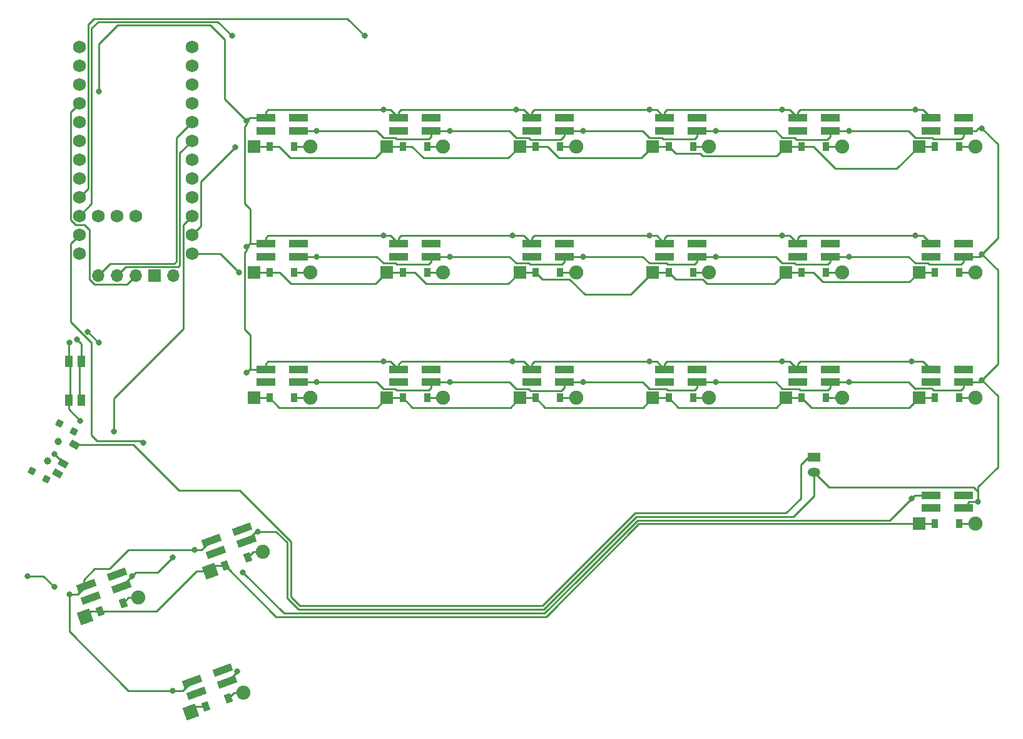
<source format=gbr>
%TF.GenerationSoftware,KiCad,Pcbnew,8.0.5*%
%TF.CreationDate,2024-09-15T18:22:06-04:00*%
%TF.ProjectId,theguy2,74686567-7579-4322-9e6b-696361645f70,v1.0.0*%
%TF.SameCoordinates,Original*%
%TF.FileFunction,Copper,L1,Top*%
%TF.FilePolarity,Positive*%
%FSLAX46Y46*%
G04 Gerber Fmt 4.6, Leading zero omitted, Abs format (unit mm)*
G04 Created by KiCad (PCBNEW 8.0.5) date 2024-09-15 18:22:06*
%MOMM*%
%LPD*%
G01*
G04 APERTURE LIST*
G04 Aperture macros list*
%AMRotRect*
0 Rectangle, with rotation*
0 The origin of the aperture is its center*
0 $1 length*
0 $2 width*
0 $3 Rotation angle, in degrees counterclockwise*
0 Add horizontal line*
21,1,$1,$2,0,0,$3*%
G04 Aperture macros list end*
%TA.AperFunction,SMDPad,CuDef*%
%ADD10RotRect,0.900000X0.900000X60.000000*%
%TD*%
%TA.AperFunction,WasherPad*%
%ADD11C,1.000000*%
%TD*%
%TA.AperFunction,SMDPad,CuDef*%
%ADD12RotRect,0.900000X1.250000X60.000000*%
%TD*%
%TA.AperFunction,SMDPad,CuDef*%
%ADD13R,2.600000X1.000000*%
%TD*%
%TA.AperFunction,ComponentPad*%
%ADD14C,1.752600*%
%TD*%
%TA.AperFunction,ComponentPad*%
%ADD15R,1.778000X1.778000*%
%TD*%
%TA.AperFunction,SMDPad,CuDef*%
%ADD16R,0.900000X1.200000*%
%TD*%
%TA.AperFunction,ComponentPad*%
%ADD17C,1.905000*%
%TD*%
%TA.AperFunction,ComponentPad*%
%ADD18RotRect,1.778000X1.778000X20.000000*%
%TD*%
%TA.AperFunction,SMDPad,CuDef*%
%ADD19RotRect,0.900000X1.200000X20.000000*%
%TD*%
%TA.AperFunction,ComponentPad*%
%ADD20R,1.700000X1.200000*%
%TD*%
%TA.AperFunction,ComponentPad*%
%ADD21O,1.700000X1.200000*%
%TD*%
%TA.AperFunction,SMDPad,CuDef*%
%ADD22R,1.000000X1.550000*%
%TD*%
%TA.AperFunction,ComponentPad*%
%ADD23O,1.700000X1.700000*%
%TD*%
%TA.AperFunction,ComponentPad*%
%ADD24R,1.700000X1.700000*%
%TD*%
%TA.AperFunction,SMDPad,CuDef*%
%ADD25RotRect,2.600000X1.000000X20.000000*%
%TD*%
%TA.AperFunction,ViaPad*%
%ADD26C,0.800000*%
%TD*%
%TA.AperFunction,Conductor*%
%ADD27C,0.250000*%
%TD*%
G04 APERTURE END LIST*
D10*
%TO.P,T1,*%
%TO.N,*%
X174972372Y-106804294D03*
X176877628Y-107904294D03*
D11*
X177025000Y-105449038D03*
X178525000Y-102850962D03*
D10*
X178672372Y-100395706D03*
X180577628Y-101495706D03*
D12*
%TO.P,T1,1*%
%TO.N,pos*%
X180697003Y-103238943D03*
%TO.P,T1,2*%
%TO.N,RAW*%
X179197003Y-105837019D03*
%TO.P,T1,3*%
%TO.N,N/C*%
X178447003Y-107136057D03*
%TD*%
D13*
%TO.P,LED4,1*%
%TO.N,VCC*%
X296575000Y-110075000D03*
%TO.P,LED4,2*%
%TO.N,N/C*%
X296575000Y-111825000D03*
%TO.P,LED4,3*%
%TO.N,GND*%
X300975000Y-111825000D03*
%TO.P,LED4,4*%
%TO.N,N/C*%
X300975000Y-110075000D03*
%TD*%
%TO.P,LED8,1*%
%TO.N,VCC*%
X278575000Y-93075000D03*
%TO.P,LED8,2*%
%TO.N,N/C*%
X278575000Y-94825000D03*
%TO.P,LED8,3*%
%TO.N,GND*%
X282975000Y-94825000D03*
%TO.P,LED8,4*%
%TO.N,N/C*%
X282975000Y-93075000D03*
%TD*%
D14*
%TO.P,MCU1,1*%
%TO.N,P006*%
X196595000Y-49480000D03*
%TO.P,MCU1,2*%
%TO.N,P008*%
X196595000Y-52020000D03*
%TO.P,MCU1,3*%
%TO.N,GND*%
X196595000Y-54560000D03*
%TO.P,MCU1,4*%
X196595000Y-57100000D03*
%TO.P,MCU1,5*%
%TO.N,P017*%
X196595000Y-59640000D03*
%TO.P,MCU1,6*%
%TO.N,P020*%
X196595000Y-62180000D03*
%TO.P,MCU1,7*%
%TO.N,P022*%
X196595000Y-64720000D03*
%TO.P,MCU1,8*%
%TO.N,P024*%
X196595000Y-67260000D03*
%TO.P,MCU1,9*%
%TO.N,P100*%
X196595000Y-69800000D03*
%TO.P,MCU1,10*%
%TO.N,P011*%
X196595000Y-72340000D03*
%TO.P,MCU1,11*%
%TO.N,P104*%
X196595000Y-74880000D03*
%TO.P,MCU1,12*%
%TO.N,P106*%
X196595000Y-77420000D03*
%TO.P,MCU1,13*%
%TO.N,P009*%
X181355000Y-77420000D03*
%TO.P,MCU1,14*%
%TO.N,P010*%
X181355000Y-74880000D03*
%TO.P,MCU1,15*%
%TO.N,P111*%
X181355000Y-72340000D03*
%TO.P,MCU1,16*%
%TO.N,P113*%
X181355000Y-69800000D03*
%TO.P,MCU1,17*%
%TO.N,P115*%
X181355000Y-67260000D03*
%TO.P,MCU1,18*%
%TO.N,P002*%
X181355000Y-64720000D03*
%TO.P,MCU1,19*%
%TO.N,P029*%
X181355000Y-62180000D03*
%TO.P,MCU1,20*%
%TO.N,P031*%
X181355000Y-59640000D03*
%TO.P,MCU1,21*%
%TO.N,VCC*%
X181355000Y-57100000D03*
%TO.P,MCU1,22*%
%TO.N,RST*%
X181355000Y-54560000D03*
%TO.P,MCU1,23*%
%TO.N,GND*%
X181355000Y-52020000D03*
%TO.P,MCU1,24*%
%TO.N,RAW*%
X181355000Y-49480000D03*
%TO.P,MCU1,31*%
%TO.N,P101*%
X183895000Y-72340000D03*
%TO.P,MCU1,32*%
%TO.N,P102*%
X186435000Y-72340000D03*
%TO.P,MCU1,33*%
%TO.N,P107*%
X188975000Y-72340000D03*
%TD*%
D13*
%TO.P,LED17,1*%
%TO.N,VCC*%
X224575000Y-93075000D03*
%TO.P,LED17,2*%
%TO.N,N/C*%
X224575000Y-94825000D03*
%TO.P,LED17,3*%
%TO.N,GND*%
X228975000Y-94825000D03*
%TO.P,LED17,4*%
%TO.N,N/C*%
X228975000Y-93075000D03*
%TD*%
D15*
%TO.P,D6,1*%
%TO.N,P106*%
X294965000Y-79950000D03*
D16*
X297125000Y-79950000D03*
%TO.P,D6,2*%
%TO.N,mirror_hell_home*%
X300425000Y-79950000D03*
D17*
X302585000Y-79950000D03*
%TD*%
D13*
%TO.P,LED6,1*%
%TO.N,VCC*%
X296575000Y-76075000D03*
%TO.P,LED6,2*%
%TO.N,N/C*%
X296575000Y-77825000D03*
%TO.P,LED6,3*%
%TO.N,GND*%
X300975000Y-77825000D03*
%TO.P,LED6,4*%
%TO.N,N/C*%
X300975000Y-76075000D03*
%TD*%
%TO.P,LED10,1*%
%TO.N,VCC*%
X278575000Y-59075000D03*
%TO.P,LED10,2*%
%TO.N,N/C*%
X278575000Y-60825000D03*
%TO.P,LED10,3*%
%TO.N,GND*%
X282975000Y-60825000D03*
%TO.P,LED10,4*%
%TO.N,N/C*%
X282975000Y-59075000D03*
%TD*%
%TO.P,LED5,1*%
%TO.N,VCC*%
X296575000Y-93075000D03*
%TO.P,LED5,2*%
%TO.N,N/C*%
X296575000Y-94825000D03*
%TO.P,LED5,3*%
%TO.N,GND*%
X300975000Y-94825000D03*
%TO.P,LED5,4*%
%TO.N,N/C*%
X300975000Y-93075000D03*
%TD*%
D15*
%TO.P,D11,1*%
%TO.N,P009*%
X258965000Y-96950000D03*
D16*
X261125000Y-96950000D03*
%TO.P,D11,2*%
%TO.N,mirror_ring_bottom*%
X264425000Y-96950000D03*
D17*
X266585000Y-96950000D03*
%TD*%
D13*
%TO.P,LED15,1*%
%TO.N,VCC*%
X242575000Y-76075000D03*
%TO.P,LED15,2*%
%TO.N,N/C*%
X242575000Y-77825000D03*
%TO.P,LED15,3*%
%TO.N,GND*%
X246975000Y-77825000D03*
%TO.P,LED15,4*%
%TO.N,N/C*%
X246975000Y-76075000D03*
%TD*%
D15*
%TO.P,D7,1*%
%TO.N,P104*%
X294965000Y-62950000D03*
D16*
X297125000Y-62950000D03*
%TO.P,D7,2*%
%TO.N,mirror_hell_top*%
X300425000Y-62950000D03*
D17*
X302585000Y-62950000D03*
%TD*%
D15*
%TO.P,D12,1*%
%TO.N,P106*%
X258965000Y-79950000D03*
D16*
X261125000Y-79950000D03*
%TO.P,D12,2*%
%TO.N,mirror_ring_home*%
X264425000Y-79950000D03*
D17*
X266585000Y-79950000D03*
%TD*%
D13*
%TO.P,LED14,1*%
%TO.N,VCC*%
X242575000Y-93075000D03*
%TO.P,LED14,2*%
%TO.N,N/C*%
X242575000Y-94825000D03*
%TO.P,LED14,3*%
%TO.N,GND*%
X246975000Y-94825000D03*
%TO.P,LED14,4*%
%TO.N,N/C*%
X246975000Y-93075000D03*
%TD*%
D15*
%TO.P,D8,1*%
%TO.N,P009*%
X276965000Y-96950000D03*
D16*
X279125000Y-96950000D03*
%TO.P,D8,2*%
%TO.N,mirror_pinky_bottom*%
X282425000Y-96950000D03*
D17*
X284585000Y-96950000D03*
%TD*%
D15*
%TO.P,D13,1*%
%TO.N,P104*%
X258965000Y-62950000D03*
D16*
X261125000Y-62950000D03*
%TO.P,D13,2*%
%TO.N,mirror_ring_top*%
X264425000Y-62950000D03*
D17*
X266585000Y-62950000D03*
%TD*%
D15*
%TO.P,D19,1*%
%TO.N,P104*%
X222965000Y-62950000D03*
D16*
X225125000Y-62950000D03*
%TO.P,D19,2*%
%TO.N,mirror_index_top*%
X228425000Y-62950000D03*
D17*
X230585000Y-62950000D03*
%TD*%
D13*
%TO.P,LED18,1*%
%TO.N,VCC*%
X224575000Y-76075000D03*
%TO.P,LED18,2*%
%TO.N,N/C*%
X224575000Y-77825000D03*
%TO.P,LED18,3*%
%TO.N,GND*%
X228975000Y-77825000D03*
%TO.P,LED18,4*%
%TO.N,N/C*%
X228975000Y-76075000D03*
%TD*%
D15*
%TO.P,D17,1*%
%TO.N,P009*%
X222965000Y-96950000D03*
D16*
X225125000Y-96950000D03*
%TO.P,D17,2*%
%TO.N,mirror_index_bottom*%
X228425000Y-96950000D03*
D17*
X230585000Y-96950000D03*
%TD*%
D13*
%TO.P,LED21,1*%
%TO.N,VCC*%
X206575000Y-76075000D03*
%TO.P,LED21,2*%
%TO.N,N/C*%
X206575000Y-77825000D03*
%TO.P,LED21,3*%
%TO.N,GND*%
X210975000Y-77825000D03*
%TO.P,LED21,4*%
%TO.N,N/C*%
X210975000Y-76075000D03*
%TD*%
D15*
%TO.P,D5,1*%
%TO.N,P009*%
X294965000Y-96950000D03*
D16*
X297125000Y-96950000D03*
%TO.P,D5,2*%
%TO.N,mirror_hell_bottom*%
X300425000Y-96950000D03*
D17*
X302585000Y-96950000D03*
%TD*%
D15*
%TO.P,D20,1*%
%TO.N,P009*%
X204965000Y-96950000D03*
D16*
X207125000Y-96950000D03*
%TO.P,D20,2*%
%TO.N,mirror_inner_bottom*%
X210425000Y-96950000D03*
D17*
X212585000Y-96950000D03*
%TD*%
D13*
%TO.P,LED19,1*%
%TO.N,VCC*%
X224575000Y-59075000D03*
%TO.P,LED19,2*%
%TO.N,N/C*%
X224575000Y-60825000D03*
%TO.P,LED19,3*%
%TO.N,GND*%
X228975000Y-60825000D03*
%TO.P,LED19,4*%
%TO.N,N/C*%
X228975000Y-59075000D03*
%TD*%
D15*
%TO.P,D10,1*%
%TO.N,P104*%
X276965000Y-62950000D03*
D16*
X279125000Y-62950000D03*
%TO.P,D10,2*%
%TO.N,mirror_pinky_top*%
X282425000Y-62950000D03*
D17*
X284585000Y-62950000D03*
%TD*%
D18*
%TO.P,D25,1*%
%TO.N,P011*%
X196416533Y-139415640D03*
D19*
X198446269Y-138676876D03*
%TO.P,D25,2*%
%TO.N,mirror_extra_cluster*%
X201547255Y-137548210D03*
D17*
X203576991Y-136809446D03*
%TD*%
D13*
%TO.P,LED9,1*%
%TO.N,VCC*%
X278575000Y-76075000D03*
%TO.P,LED9,2*%
%TO.N,N/C*%
X278575000Y-77825000D03*
%TO.P,LED9,3*%
%TO.N,GND*%
X282975000Y-77825000D03*
%TO.P,LED9,4*%
%TO.N,N/C*%
X282975000Y-76075000D03*
%TD*%
D20*
%TO.P,JST1,1*%
%TO.N,pos*%
X280775000Y-104950000D03*
D21*
%TO.P,JST1,2*%
%TO.N,GND*%
X280775000Y-106950000D03*
%TD*%
D13*
%TO.P,LED22,1*%
%TO.N,VCC*%
X206575000Y-59075000D03*
%TO.P,LED22,2*%
%TO.N,N/C*%
X206575000Y-60825000D03*
%TO.P,LED22,3*%
%TO.N,GND*%
X210975000Y-60825000D03*
%TO.P,LED22,4*%
%TO.N,N/C*%
X210975000Y-59075000D03*
%TD*%
D15*
%TO.P,D4,1*%
%TO.N,P010*%
X294965000Y-113950000D03*
D16*
X297125000Y-113950000D03*
%TO.P,D4,2*%
%TO.N,mirror_hell_last*%
X300425000Y-113950000D03*
D17*
X302585000Y-113950000D03*
%TD*%
D15*
%TO.P,D15,1*%
%TO.N,P106*%
X240965000Y-79950000D03*
D16*
X243125000Y-79950000D03*
%TO.P,D15,2*%
%TO.N,mirror_middle_home*%
X246425000Y-79950000D03*
D17*
X248585000Y-79950000D03*
%TD*%
D15*
%TO.P,D18,1*%
%TO.N,P106*%
X222965000Y-79950000D03*
D16*
X225125000Y-79950000D03*
%TO.P,D18,2*%
%TO.N,mirror_index_home*%
X228425000Y-79950000D03*
D17*
X230585000Y-79950000D03*
%TD*%
D22*
%TO.P,B1,1*%
%TO.N,GND*%
X179925000Y-97275000D03*
X179925000Y-92025000D03*
%TO.P,B1,2*%
%TO.N,RST*%
X181625000Y-97275000D03*
X181625000Y-92025000D03*
%TD*%
D15*
%TO.P,D21,1*%
%TO.N,P106*%
X204965000Y-79950000D03*
D16*
X207125000Y-79950000D03*
%TO.P,D21,2*%
%TO.N,mirror_inner_home*%
X210425000Y-79950000D03*
D17*
X212585000Y-79950000D03*
%TD*%
D18*
%TO.P,D23,1*%
%TO.N,P010*%
X199059424Y-120362684D03*
D19*
X201089160Y-119623920D03*
%TO.P,D23,2*%
%TO.N,mirror_layer_cluster*%
X204190146Y-118495254D03*
D17*
X206219882Y-117756490D03*
%TD*%
D13*
%TO.P,LED13,1*%
%TO.N,VCC*%
X260575000Y-59075000D03*
%TO.P,LED13,2*%
%TO.N,N/C*%
X260575000Y-60825000D03*
%TO.P,LED13,3*%
%TO.N,GND*%
X264975000Y-60825000D03*
%TO.P,LED13,4*%
%TO.N,N/C*%
X264975000Y-59075000D03*
%TD*%
D23*
%TO.P,niceView1,1*%
%TO.N,P006*%
X194055000Y-80425000D03*
D24*
%TO.P,niceView1,2*%
%TO.N,GND*%
X191515000Y-80425000D03*
D23*
%TO.P,niceView1,3*%
%TO.N,VCC*%
X188975000Y-80425000D03*
%TO.P,niceView1,4*%
%TO.N,P020*%
X186435000Y-80425000D03*
%TO.P,niceView1,5*%
%TO.N,P017*%
X183895000Y-80425000D03*
%TD*%
D15*
%TO.P,D14,1*%
%TO.N,P009*%
X240965000Y-96950000D03*
D16*
X243125000Y-96950000D03*
%TO.P,D14,2*%
%TO.N,mirror_middle_bottom*%
X246425000Y-96950000D03*
D17*
X248585000Y-96950000D03*
%TD*%
D15*
%TO.P,D16,1*%
%TO.N,P104*%
X240965000Y-62950000D03*
D16*
X243125000Y-62950000D03*
%TO.P,D16,2*%
%TO.N,mirror_middle_top*%
X246425000Y-62950000D03*
D17*
X248585000Y-62950000D03*
%TD*%
D13*
%TO.P,LED11,1*%
%TO.N,VCC*%
X260575000Y-93075000D03*
%TO.P,LED11,2*%
%TO.N,N/C*%
X260575000Y-94825000D03*
%TO.P,LED11,3*%
%TO.N,GND*%
X264975000Y-94825000D03*
%TO.P,LED11,4*%
%TO.N,N/C*%
X264975000Y-93075000D03*
%TD*%
D25*
%TO.P,LED24,1*%
%TO.N,VCC*%
X182332535Y-122327085D03*
%TO.P,LED24,2*%
%TO.N,N/C*%
X182931070Y-123971547D03*
%TO.P,LED24,3*%
%TO.N,GND*%
X187065717Y-122466659D03*
%TO.P,LED24,4*%
%TO.N,N/C*%
X186467182Y-120822197D03*
%TD*%
%TO.P,LED23,1*%
%TO.N,VCC*%
X199247002Y-116170723D03*
%TO.P,LED23,2*%
%TO.N,N/C*%
X199845537Y-117815185D03*
%TO.P,LED23,3*%
%TO.N,GND*%
X203980184Y-116310297D03*
%TO.P,LED23,4*%
%TO.N,N/C*%
X203381649Y-114665835D03*
%TD*%
D13*
%TO.P,LED12,1*%
%TO.N,VCC*%
X260575000Y-76075000D03*
%TO.P,LED12,2*%
%TO.N,N/C*%
X260575000Y-77825000D03*
%TO.P,LED12,3*%
%TO.N,GND*%
X264975000Y-77825000D03*
%TO.P,LED12,4*%
%TO.N,N/C*%
X264975000Y-76075000D03*
%TD*%
%TO.P,LED20,1*%
%TO.N,VCC*%
X206575000Y-93075000D03*
%TO.P,LED20,2*%
%TO.N,N/C*%
X206575000Y-94825000D03*
%TO.P,LED20,3*%
%TO.N,GND*%
X210975000Y-94825000D03*
%TO.P,LED20,4*%
%TO.N,N/C*%
X210975000Y-93075000D03*
%TD*%
D15*
%TO.P,D22,1*%
%TO.N,P104*%
X204965000Y-62950000D03*
D16*
X207125000Y-62950000D03*
%TO.P,D22,2*%
%TO.N,mirror_inner_top*%
X210425000Y-62950000D03*
D17*
X212585000Y-62950000D03*
%TD*%
D25*
%TO.P,LED25,1*%
%TO.N,VCC*%
X196604111Y-135223678D03*
%TO.P,LED25,2*%
%TO.N,N/C*%
X197202646Y-136868140D03*
%TO.P,LED25,3*%
%TO.N,GND*%
X201337293Y-135363252D03*
%TO.P,LED25,4*%
%TO.N,N/C*%
X200738758Y-133718790D03*
%TD*%
D18*
%TO.P,D24,1*%
%TO.N,P010*%
X182144957Y-126519047D03*
D19*
X184174693Y-125780283D03*
%TO.P,D24,2*%
%TO.N,mirror_space_cluster*%
X187275679Y-124651617D03*
D17*
X189305415Y-123912853D03*
%TD*%
D13*
%TO.P,LED7,1*%
%TO.N,VCC*%
X296575000Y-59075000D03*
%TO.P,LED7,2*%
%TO.N,N/C*%
X296575000Y-60825000D03*
%TO.P,LED7,3*%
%TO.N,GND*%
X300975000Y-60825000D03*
%TO.P,LED7,4*%
%TO.N,N/C*%
X300975000Y-59075000D03*
%TD*%
D15*
%TO.P,D9,1*%
%TO.N,P106*%
X276965000Y-79950000D03*
D16*
X279125000Y-79950000D03*
%TO.P,D9,2*%
%TO.N,mirror_pinky_home*%
X282425000Y-79950000D03*
D17*
X284585000Y-79950000D03*
%TD*%
D13*
%TO.P,LED16,1*%
%TO.N,VCC*%
X242575000Y-59075000D03*
%TO.P,LED16,2*%
%TO.N,N/C*%
X242575000Y-60825000D03*
%TO.P,LED16,3*%
%TO.N,GND*%
X246975000Y-60825000D03*
%TO.P,LED16,4*%
%TO.N,N/C*%
X246975000Y-59075000D03*
%TD*%
D26*
%TO.N,P113*%
X220000000Y-48000000D03*
%TO.N,P111*%
X202000000Y-48000000D03*
%TO.N,VCC*%
X276500000Y-75000000D03*
X184000000Y-55500000D03*
X204000000Y-59500000D03*
X222500000Y-75000000D03*
X294500000Y-75000000D03*
X203500000Y-120500000D03*
X258500000Y-58000000D03*
X294500000Y-58000000D03*
X294000000Y-110500000D03*
X194000000Y-136500000D03*
X204000000Y-93500000D03*
X276500000Y-92000000D03*
X258500000Y-75000000D03*
X197000000Y-117500000D03*
X180000000Y-123500000D03*
X222500000Y-92000000D03*
X204000000Y-76500000D03*
X240000000Y-92000000D03*
X240500000Y-58000000D03*
X294000000Y-92000000D03*
X276500000Y-58000000D03*
X240000000Y-75000000D03*
X222500000Y-58000000D03*
X258500000Y-92000000D03*
%TO.N,GND*%
X231500000Y-94825000D03*
X303500000Y-77500000D03*
X285500000Y-94825000D03*
X181500000Y-100000000D03*
X303500000Y-94500000D03*
X267500000Y-94825000D03*
X178000000Y-122500000D03*
X231500000Y-60825000D03*
X188500000Y-121000000D03*
X205500000Y-115000000D03*
X213500000Y-94825000D03*
X213500000Y-77825000D03*
X267500000Y-77825000D03*
X303500000Y-60500000D03*
X213500000Y-60825000D03*
X285500000Y-77825000D03*
X249500000Y-60825000D03*
X180000000Y-89500000D03*
X194000000Y-118500000D03*
X174325000Y-121000000D03*
X249500000Y-77825000D03*
X267500000Y-60825000D03*
X285500000Y-60825000D03*
X303000000Y-111000000D03*
X249500000Y-94825000D03*
X202715521Y-133946133D03*
X231500000Y-77825000D03*
%TO.N,P010*%
X190000000Y-103000000D03*
%TO.N,P011*%
X186000000Y-101500000D03*
%TO.N,P009*%
X184000000Y-89500000D03*
X182512653Y-87987347D03*
%TO.N,P106*%
X203000000Y-80000000D03*
%TO.N,P104*%
X202500000Y-63000000D03*
%TO.N,RAW*%
X178000000Y-104500000D03*
%TO.N,RST*%
X181000000Y-89000000D03*
%TD*%
D27*
%TO.N,P113*%
X182556300Y-68598700D02*
X182556300Y-46443700D01*
X182556300Y-46443700D02*
X183350000Y-45650000D01*
X217650000Y-45650000D02*
X220000000Y-48000000D01*
X183350000Y-45650000D02*
X184500000Y-45650000D01*
X181355000Y-69800000D02*
X182556300Y-68598700D01*
X184500000Y-45650000D02*
X217650000Y-45650000D01*
%TO.N,P111*%
X181355000Y-72340000D02*
X183006300Y-70688700D01*
X200100000Y-46100000D02*
X202000000Y-48000000D01*
X183900000Y-46100000D02*
X184000000Y-46100000D01*
X183006300Y-70688700D02*
X183006300Y-68412304D01*
X183006300Y-68412304D02*
X183006300Y-46993700D01*
X183006300Y-46993700D02*
X183900000Y-46100000D01*
X184000000Y-46100000D02*
X200100000Y-46100000D01*
%TO.N,mirror_hell_last*%
X302585000Y-113950000D02*
X300425000Y-113950000D01*
%TO.N,mirror_hell_bottom*%
X300425000Y-96950000D02*
X302585000Y-96950000D01*
%TO.N,mirror_hell_home*%
X302585000Y-79950000D02*
X300425000Y-79950000D01*
%TO.N,mirror_hell_top*%
X300425000Y-62950000D02*
X302585000Y-62950000D01*
%TO.N,mirror_pinky_bottom*%
X282425000Y-96950000D02*
X284585000Y-96950000D01*
%TO.N,mirror_pinky_home*%
X284585000Y-79950000D02*
X282425000Y-79950000D01*
%TO.N,mirror_pinky_top*%
X284585000Y-62950000D02*
X282425000Y-62950000D01*
%TO.N,mirror_ring_bottom*%
X264425000Y-96950000D02*
X266585000Y-96950000D01*
%TO.N,mirror_ring_home*%
X264425000Y-79950000D02*
X266585000Y-79950000D01*
%TO.N,mirror_ring_top*%
X264425000Y-62950000D02*
X266585000Y-62950000D01*
%TO.N,mirror_middle_bottom*%
X246425000Y-96950000D02*
X248585000Y-96950000D01*
%TO.N,mirror_middle_home*%
X248585000Y-79950000D02*
X246425000Y-79950000D01*
%TO.N,mirror_middle_top*%
X246425000Y-62950000D02*
X248585000Y-62950000D01*
%TO.N,mirror_index_bottom*%
X228425000Y-96950000D02*
X230585000Y-96950000D01*
%TO.N,mirror_index_home*%
X228425000Y-79950000D02*
X230585000Y-79950000D01*
%TO.N,mirror_index_top*%
X228425000Y-62950000D02*
X230585000Y-62950000D01*
%TO.N,mirror_inner_bottom*%
X210425000Y-96950000D02*
X212585000Y-96950000D01*
%TO.N,mirror_inner_home*%
X212585000Y-79950000D02*
X210425000Y-79950000D01*
%TO.N,mirror_inner_top*%
X210425000Y-62950000D02*
X212585000Y-62950000D01*
%TO.N,mirror_layer_cluster*%
X206219882Y-117756490D02*
X204928910Y-117756490D01*
X204928910Y-117756490D02*
X204190146Y-118495254D01*
%TO.N,mirror_space_cluster*%
X188014443Y-123912853D02*
X187275679Y-124651617D01*
X189305415Y-123912853D02*
X188014443Y-123912853D01*
%TO.N,mirror_extra_cluster*%
X203576991Y-136809446D02*
X202286019Y-136809446D01*
X202286019Y-136809446D02*
X201547255Y-137548210D01*
%TO.N,VCC*%
X278575000Y-76075000D02*
X278575000Y-75325000D01*
X259500000Y-75000000D02*
X260575000Y-76075000D01*
X276500000Y-75000000D02*
X277500000Y-75000000D01*
X295500000Y-92000000D02*
X296575000Y-93075000D01*
X224900000Y-58000000D02*
X240500000Y-58000000D01*
X224900000Y-75000000D02*
X240000000Y-75000000D01*
X185452469Y-120047531D02*
X188000000Y-117500000D01*
X203751000Y-87692316D02*
X204500900Y-88442216D01*
X209050000Y-126050000D02*
X203500000Y-120500000D01*
X260575000Y-58325000D02*
X260900000Y-58000000D01*
X224942157Y-92000000D02*
X240000000Y-92000000D01*
X206575000Y-93075000D02*
X206575000Y-92325000D01*
X204000000Y-59500000D02*
X204425000Y-59075000D01*
X180153700Y-72837595D02*
X180857405Y-73541300D01*
X242575000Y-58325000D02*
X242900000Y-58000000D01*
X278575000Y-92325000D02*
X278900000Y-92000000D01*
X204500900Y-75999100D02*
X204000000Y-76500000D01*
X197917725Y-117500000D02*
X199247002Y-116170723D01*
X294500000Y-58000000D02*
X295500000Y-58000000D01*
X222500000Y-75000000D02*
X223500000Y-75000000D01*
X242575000Y-92325000D02*
X242900000Y-92000000D01*
X242900000Y-75000000D02*
X258500000Y-75000000D01*
X277500000Y-75000000D02*
X278575000Y-76075000D01*
X180857405Y-73541300D02*
X182041300Y-73541300D01*
X180000000Y-123500000D02*
X180000000Y-128500000D01*
X258500000Y-58000000D02*
X259500000Y-58000000D01*
X224575000Y-58325000D02*
X224900000Y-58000000D01*
X278575000Y-59075000D02*
X278575000Y-58325000D01*
X203751000Y-77249000D02*
X203751000Y-87692316D01*
X260900000Y-58000000D02*
X276500000Y-58000000D01*
X204000000Y-59500000D02*
X201000000Y-56500000D01*
X204500900Y-92999100D02*
X204000000Y-93500000D01*
X242900000Y-92000000D02*
X258500000Y-92000000D01*
X206900000Y-92000000D02*
X222500000Y-92000000D01*
X181159620Y-123500000D02*
X182332535Y-122327085D01*
X260900000Y-92000000D02*
X276500000Y-92000000D01*
X291000000Y-113500000D02*
X290000000Y-113500000D01*
X181355000Y-57100000D02*
X180153700Y-58301300D01*
X204425000Y-76075000D02*
X206575000Y-76075000D01*
X206575000Y-59075000D02*
X206575000Y-58325000D01*
X242575000Y-59075000D02*
X242575000Y-58325000D01*
X260575000Y-76075000D02*
X260575000Y-75325000D01*
X204425000Y-93075000D02*
X206575000Y-93075000D01*
X294000000Y-110500000D02*
X291000000Y-113500000D01*
X206575000Y-92325000D02*
X206900000Y-92000000D01*
X241500000Y-75000000D02*
X242575000Y-76075000D01*
X260575000Y-93075000D02*
X260575000Y-92325000D01*
X241500000Y-92000000D02*
X242575000Y-93075000D01*
X195327789Y-136500000D02*
X196604111Y-135223678D01*
X183453687Y-120047531D02*
X185452469Y-120047531D01*
X259500000Y-58000000D02*
X260575000Y-59075000D01*
X188000000Y-136500000D02*
X194000000Y-136500000D01*
X204000000Y-77000000D02*
X203751000Y-77249000D01*
X223500000Y-75000000D02*
X224575000Y-76075000D01*
X278900000Y-58000000D02*
X294500000Y-58000000D01*
X188000000Y-117500000D02*
X197000000Y-117500000D01*
X277500000Y-92000000D02*
X278575000Y-93075000D01*
X199050000Y-46550000D02*
X186550000Y-46550000D01*
X181942432Y-121558786D02*
X183453687Y-120047531D01*
X295500000Y-75000000D02*
X296575000Y-76075000D01*
X224575000Y-59075000D02*
X224575000Y-58325000D01*
X204000000Y-93500000D02*
X204425000Y-93075000D01*
X240500000Y-58000000D02*
X241500000Y-58000000D01*
X182720000Y-80911701D02*
X183408299Y-81600000D01*
X204000000Y-76500000D02*
X204425000Y-76075000D01*
X180000000Y-128500000D02*
X188000000Y-136500000D01*
X206900000Y-75000000D02*
X222500000Y-75000000D01*
X204000000Y-59500000D02*
X204000000Y-60000000D01*
X278575000Y-58325000D02*
X278900000Y-58000000D01*
X260575000Y-92325000D02*
X260900000Y-92000000D01*
X206575000Y-58325000D02*
X206900000Y-58000000D01*
X194000000Y-136500000D02*
X195327789Y-136500000D01*
X242575000Y-75325000D02*
X242900000Y-75000000D01*
X294000000Y-92000000D02*
X295500000Y-92000000D01*
X276500000Y-92000000D02*
X277500000Y-92000000D01*
X180153700Y-58301300D02*
X180153700Y-72837595D01*
X197000000Y-117500000D02*
X197917725Y-117500000D01*
X277500000Y-58000000D02*
X278575000Y-59075000D01*
X180000000Y-123500000D02*
X181159620Y-123500000D01*
X204000000Y-60000000D02*
X203751000Y-60249000D01*
X242575000Y-93075000D02*
X242575000Y-92325000D01*
X295500000Y-58000000D02*
X296575000Y-59075000D01*
X244313604Y-126050000D02*
X241500000Y-126050000D01*
X204000000Y-76500000D02*
X204000000Y-77000000D01*
X222500000Y-92000000D02*
X223500000Y-92000000D01*
X224575000Y-76075000D02*
X224575000Y-75325000D01*
X223500000Y-58000000D02*
X224575000Y-59075000D01*
X260575000Y-75325000D02*
X260900000Y-75000000D01*
X278575000Y-93075000D02*
X278575000Y-92325000D01*
X276500000Y-58000000D02*
X277500000Y-58000000D01*
X294425000Y-110075000D02*
X296575000Y-110075000D01*
X294000000Y-110500000D02*
X294425000Y-110075000D01*
X294500000Y-75000000D02*
X295500000Y-75000000D01*
X203751000Y-70692316D02*
X204500900Y-71442216D01*
X223500000Y-92000000D02*
X224575000Y-93075000D01*
X258500000Y-113500000D02*
X256863604Y-113500000D01*
X201000000Y-48500000D02*
X199050000Y-46550000D01*
X240000000Y-92000000D02*
X241500000Y-92000000D01*
X290000000Y-113500000D02*
X258500000Y-113500000D01*
X204500900Y-71442216D02*
X204500900Y-75999100D01*
X241500000Y-126050000D02*
X209050000Y-126050000D01*
X224575000Y-92367157D02*
X224942157Y-92000000D01*
X187800000Y-81600000D02*
X188975000Y-80425000D01*
X256863604Y-113500000D02*
X248931802Y-121431802D01*
X222500000Y-58000000D02*
X223500000Y-58000000D01*
X278575000Y-75325000D02*
X278900000Y-75000000D01*
X258500000Y-75000000D02*
X259500000Y-75000000D01*
X181942432Y-121936982D02*
X181942432Y-121558786D01*
X182720000Y-74220000D02*
X182720000Y-80911701D01*
X224575000Y-75325000D02*
X224900000Y-75000000D01*
X278900000Y-92000000D02*
X294000000Y-92000000D01*
X260900000Y-75000000D02*
X276500000Y-75000000D01*
X258500000Y-92000000D02*
X259500000Y-92000000D01*
X241500000Y-58000000D02*
X242575000Y-59075000D01*
X182041300Y-73541300D02*
X182720000Y-74220000D01*
X259500000Y-92000000D02*
X260575000Y-93075000D01*
X206575000Y-75325000D02*
X206900000Y-75000000D01*
X242575000Y-76075000D02*
X242575000Y-75325000D01*
X248931802Y-121431802D02*
X244313604Y-126050000D01*
X182332535Y-122327085D02*
X181942432Y-121936982D01*
X240000000Y-75000000D02*
X241500000Y-75000000D01*
X278900000Y-75000000D02*
X294500000Y-75000000D01*
X201000000Y-56500000D02*
X201000000Y-48500000D01*
X204500900Y-88442216D02*
X204500900Y-92999100D01*
X206575000Y-76075000D02*
X206575000Y-75325000D01*
X184000000Y-49100000D02*
X184000000Y-55500000D01*
X186550000Y-46550000D02*
X184000000Y-49100000D01*
X183408299Y-81600000D02*
X187800000Y-81600000D01*
X206900000Y-58000000D02*
X222500000Y-58000000D01*
X204425000Y-59075000D02*
X206575000Y-59075000D01*
X260575000Y-59075000D02*
X260575000Y-58325000D01*
X203751000Y-60249000D02*
X203751000Y-70692316D01*
X224575000Y-93075000D02*
X224575000Y-92367157D01*
X242900000Y-58000000D02*
X258500000Y-58000000D01*
%TO.N,GND*%
X264975000Y-77825000D02*
X267500000Y-77825000D01*
X179925000Y-92025000D02*
X180150000Y-92250000D01*
X294500000Y-95736000D02*
X294586000Y-95650000D01*
X303500000Y-94500000D02*
X303175000Y-94825000D01*
X242179000Y-95736000D02*
X242443000Y-96000000D01*
X303000000Y-111000000D02*
X301800000Y-111000000D01*
X192000000Y-120500000D02*
X194000000Y-118500000D01*
X246975000Y-60825000D02*
X249500000Y-60825000D01*
X228975000Y-77825000D02*
X231500000Y-77825000D01*
X264975000Y-94825000D02*
X267500000Y-94825000D01*
X300975000Y-78575000D02*
X300975000Y-77825000D01*
X222500000Y-78736000D02*
X224179000Y-78736000D01*
X228975000Y-78575000D02*
X228975000Y-77825000D01*
X285500000Y-60825000D02*
X293589000Y-60825000D01*
X228975000Y-95575000D02*
X228975000Y-94825000D01*
X280775000Y-110225000D02*
X280775000Y-106950000D01*
X293589000Y-77825000D02*
X294500000Y-78736000D01*
X276500000Y-95736000D02*
X278778157Y-95736000D01*
X222500000Y-95736000D02*
X224179000Y-95736000D01*
X303000000Y-111000000D02*
X303000000Y-108958684D01*
X260179000Y-61736000D02*
X260343000Y-61900000D01*
X260343000Y-61900000D02*
X264650000Y-61900000D01*
X209500000Y-124000000D02*
X211000000Y-125500000D01*
X303500000Y-60500000D02*
X303000000Y-60500000D01*
X257589000Y-94825000D02*
X258500000Y-95736000D01*
X179925000Y-98425000D02*
X181500000Y-100000000D01*
X188500000Y-121000000D02*
X189000000Y-120500000D01*
X242343000Y-78900000D02*
X246650000Y-78900000D01*
X205500000Y-115000000D02*
X208000000Y-115000000D01*
X242179000Y-61736000D02*
X242443000Y-62000000D01*
X275589000Y-77825000D02*
X276500000Y-78736000D01*
X244227208Y-125500000D02*
X256727208Y-113000000D01*
X260942157Y-95900000D02*
X264650000Y-95900000D01*
X282975000Y-60825000D02*
X285500000Y-60825000D01*
X267500000Y-94825000D02*
X275589000Y-94825000D01*
X282975000Y-95575000D02*
X282975000Y-94825000D01*
X305650000Y-75350000D02*
X305650000Y-62650000D01*
X246975000Y-77825000D02*
X249500000Y-77825000D01*
X294500000Y-78736000D02*
X296179000Y-78736000D01*
X222500000Y-61736000D02*
X224179000Y-61736000D01*
X205500000Y-115000000D02*
X205290481Y-115000000D01*
X278778157Y-95736000D02*
X278942157Y-95900000D01*
X260778157Y-95736000D02*
X260942157Y-95900000D01*
X282975000Y-94825000D02*
X285500000Y-94825000D01*
X228975000Y-94825000D02*
X231500000Y-94825000D01*
X303175000Y-77825000D02*
X300975000Y-77825000D01*
X300650000Y-95900000D02*
X300975000Y-95575000D01*
X228975000Y-60825000D02*
X231500000Y-60825000D01*
X282975000Y-77825000D02*
X285500000Y-77825000D01*
X210975000Y-94825000D02*
X213500000Y-94825000D01*
X239589000Y-60825000D02*
X240500000Y-61736000D01*
X179925000Y-92025000D02*
X179925000Y-89575000D01*
X210975000Y-60825000D02*
X213500000Y-60825000D01*
X210975000Y-77825000D02*
X213500000Y-77825000D01*
X278343000Y-78900000D02*
X282650000Y-78900000D01*
X285500000Y-94825000D02*
X293589000Y-94825000D01*
X228650000Y-95900000D02*
X228975000Y-95575000D01*
X249500000Y-60825000D02*
X257589000Y-60825000D01*
X303500000Y-77500000D02*
X305650000Y-75350000D01*
X303175000Y-94825000D02*
X300975000Y-94825000D01*
X180150000Y-92250000D02*
X180150000Y-97050000D01*
X285500000Y-77825000D02*
X293589000Y-77825000D01*
X246507843Y-62000000D02*
X246975000Y-61532843D01*
X174325000Y-121000000D02*
X176500000Y-121000000D01*
X293589000Y-94825000D02*
X294500000Y-95736000D01*
X188500000Y-121000000D02*
X188500000Y-121032376D01*
X189000000Y-120500000D02*
X192000000Y-120500000D01*
X302350000Y-109000000D02*
X303000000Y-109650000D01*
X275589000Y-60825000D02*
X276500000Y-61736000D01*
X213500000Y-77825000D02*
X221589000Y-77825000D01*
X282975000Y-78575000D02*
X282975000Y-77825000D01*
X264975000Y-61575000D02*
X264975000Y-60825000D01*
X228650000Y-78900000D02*
X228975000Y-78575000D01*
X296343000Y-78900000D02*
X300650000Y-78900000D01*
X303000000Y-109650000D02*
X303000000Y-111000000D01*
X258500000Y-78736000D02*
X260778157Y-78736000D01*
X221589000Y-77825000D02*
X222500000Y-78736000D01*
X213500000Y-60825000D02*
X221589000Y-60825000D01*
X282650000Y-78900000D02*
X282975000Y-78575000D01*
X305650000Y-96650000D02*
X303500000Y-94500000D01*
X246550000Y-96000000D02*
X246975000Y-95575000D01*
X303000000Y-60500000D02*
X302675000Y-60825000D01*
X179925000Y-89575000D02*
X180000000Y-89500000D01*
X301800000Y-111000000D02*
X300975000Y-111825000D01*
X246975000Y-61532843D02*
X246975000Y-60825000D01*
X294586000Y-95650000D02*
X296692157Y-95650000D01*
X260778157Y-78736000D02*
X260942157Y-78900000D01*
X305650000Y-92350000D02*
X305650000Y-79650000D01*
X264650000Y-95900000D02*
X264975000Y-95575000D01*
X293589000Y-60825000D02*
X294500000Y-61736000D01*
X209500000Y-116500000D02*
X209500000Y-124000000D01*
X246975000Y-94825000D02*
X249500000Y-94825000D01*
X296942157Y-61900000D02*
X300650000Y-61900000D01*
X296942157Y-95900000D02*
X300650000Y-95900000D01*
X305650000Y-106308684D02*
X305650000Y-96650000D01*
X249500000Y-94825000D02*
X257589000Y-94825000D01*
X296179000Y-78736000D02*
X296343000Y-78900000D01*
X300650000Y-78900000D02*
X300975000Y-78575000D01*
X294500000Y-61736000D02*
X296778157Y-61736000D01*
X276500000Y-61736000D02*
X278179000Y-61736000D01*
X228975000Y-61575000D02*
X228975000Y-60825000D01*
X305650000Y-62650000D02*
X303500000Y-60500000D01*
X300975000Y-95575000D02*
X300975000Y-94825000D01*
X242179000Y-78736000D02*
X242343000Y-78900000D01*
X264975000Y-78575000D02*
X264975000Y-77825000D01*
X213500000Y-94825000D02*
X221589000Y-94825000D01*
X278443000Y-62000000D02*
X282550000Y-62000000D01*
X300975000Y-61575000D02*
X300975000Y-60825000D01*
X278942157Y-95900000D02*
X282650000Y-95900000D01*
X224343000Y-95900000D02*
X228650000Y-95900000D01*
X267500000Y-60825000D02*
X275589000Y-60825000D01*
X202715521Y-133946133D02*
X202715521Y-133985024D01*
X202715521Y-133985024D02*
X201337293Y-135363252D01*
X278000000Y-113000000D02*
X280775000Y-110225000D01*
X278179000Y-61736000D02*
X278443000Y-62000000D01*
X258500000Y-95736000D02*
X260778157Y-95736000D01*
X208000000Y-115000000D02*
X209500000Y-116500000D01*
X224343000Y-61900000D02*
X228650000Y-61900000D01*
X249500000Y-77825000D02*
X257589000Y-77825000D01*
X231500000Y-77825000D02*
X239589000Y-77825000D01*
X240500000Y-95736000D02*
X242179000Y-95736000D01*
X211000000Y-125500000D02*
X244227208Y-125500000D01*
X303500000Y-77500000D02*
X303175000Y-77825000D01*
X282650000Y-95900000D02*
X282975000Y-95575000D01*
X242443000Y-62000000D02*
X246507843Y-62000000D01*
X224343000Y-78900000D02*
X228650000Y-78900000D01*
X256727208Y-113000000D02*
X278000000Y-113000000D01*
X258500000Y-61736000D02*
X260179000Y-61736000D01*
X303500000Y-94500000D02*
X305650000Y-92350000D01*
X188500000Y-121032376D02*
X187065717Y-122466659D01*
X264650000Y-78900000D02*
X264975000Y-78575000D01*
X264975000Y-60825000D02*
X267500000Y-60825000D01*
X305650000Y-79650000D02*
X303500000Y-77500000D01*
X296692157Y-95650000D02*
X296942157Y-95900000D01*
X282825000Y-109000000D02*
X302350000Y-109000000D01*
X242443000Y-96000000D02*
X246550000Y-96000000D01*
X257589000Y-77825000D02*
X258500000Y-78736000D01*
X275589000Y-94825000D02*
X276500000Y-95736000D01*
X267500000Y-77825000D02*
X275589000Y-77825000D01*
X224179000Y-78736000D02*
X224343000Y-78900000D01*
X246975000Y-95575000D02*
X246975000Y-94825000D01*
X239589000Y-94825000D02*
X240500000Y-95736000D01*
X264975000Y-95575000D02*
X264975000Y-94825000D01*
X278179000Y-78736000D02*
X278343000Y-78900000D01*
X224179000Y-61736000D02*
X224343000Y-61900000D01*
X224179000Y-95736000D02*
X224343000Y-95900000D01*
X240500000Y-61736000D02*
X242179000Y-61736000D01*
X300650000Y-61900000D02*
X300975000Y-61575000D01*
X246975000Y-78575000D02*
X246975000Y-77825000D01*
X257589000Y-60825000D02*
X258500000Y-61736000D01*
X302675000Y-60825000D02*
X300975000Y-60825000D01*
X221589000Y-94825000D02*
X222500000Y-95736000D01*
X246650000Y-78900000D02*
X246975000Y-78575000D01*
X240500000Y-78736000D02*
X242179000Y-78736000D01*
X303000000Y-108958684D02*
X305650000Y-106308684D01*
X264650000Y-61900000D02*
X264975000Y-61575000D01*
X231500000Y-94825000D02*
X239589000Y-94825000D01*
X239589000Y-77825000D02*
X240500000Y-78736000D01*
X180150000Y-97050000D02*
X179925000Y-97275000D01*
X276500000Y-78736000D02*
X278179000Y-78736000D01*
X221589000Y-60825000D02*
X222500000Y-61736000D01*
X205290481Y-115000000D02*
X203980184Y-116310297D01*
X280775000Y-106950000D02*
X282825000Y-109000000D01*
X228650000Y-61900000D02*
X228975000Y-61575000D01*
X282550000Y-62000000D02*
X282975000Y-61575000D01*
X231500000Y-60825000D02*
X239589000Y-60825000D01*
X179925000Y-97275000D02*
X179925000Y-98425000D01*
X296778157Y-61736000D02*
X296942157Y-61900000D01*
X282975000Y-61575000D02*
X282975000Y-60825000D01*
X176500000Y-121000000D02*
X178000000Y-122500000D01*
X260942157Y-78900000D02*
X264650000Y-78900000D01*
%TO.N,P010*%
X201089160Y-119623920D02*
X207965240Y-126500000D01*
X180153700Y-76081300D02*
X181355000Y-74880000D01*
X257050000Y-113950000D02*
X294965000Y-113950000D01*
X197215078Y-120362684D02*
X199059424Y-120362684D01*
X183000000Y-89500000D02*
X180153700Y-86653700D01*
X297125000Y-113950000D02*
X294965000Y-113950000D01*
X184174693Y-125780283D02*
X191797479Y-125780283D01*
X191797479Y-125780283D02*
X197215078Y-120362684D01*
X182883721Y-125780283D02*
X182144957Y-126519047D01*
X201089160Y-119623920D02*
X199798188Y-119623920D01*
X190000000Y-103000000D02*
X189788943Y-102788943D01*
X207965240Y-126500000D02*
X244500000Y-126500000D01*
X180153700Y-86653700D02*
X180153700Y-76081300D01*
X189788943Y-102788943D02*
X183788943Y-102788943D01*
X183788943Y-102788943D02*
X183000000Y-102000000D01*
X199798188Y-119623920D02*
X199059424Y-120362684D01*
X184174693Y-125780283D02*
X182883721Y-125780283D01*
X244500000Y-126500000D02*
X257050000Y-113950000D01*
X183000000Y-102000000D02*
X183000000Y-89500000D01*
%TO.N,P011*%
X195393700Y-73541300D02*
X196595000Y-72340000D01*
X198446269Y-138676876D02*
X197155297Y-138676876D01*
X186000000Y-101500000D02*
X186000000Y-97000000D01*
X186000000Y-97000000D02*
X195393700Y-87606300D01*
X195393700Y-87606300D02*
X195393700Y-73541300D01*
X197155297Y-138676876D02*
X196416533Y-139415640D01*
%TO.N,P009*%
X279125000Y-96950000D02*
X280402500Y-98227500D01*
X208402500Y-98227500D02*
X221687500Y-98227500D01*
X275687500Y-98227500D02*
X276965000Y-96950000D01*
X207125000Y-96950000D02*
X208402500Y-98227500D01*
X258965000Y-96950000D02*
X261125000Y-96950000D01*
X240965000Y-96950000D02*
X243125000Y-96950000D01*
X221687500Y-98227500D02*
X222965000Y-96950000D01*
X261125000Y-96950000D02*
X262402500Y-98227500D01*
X204965000Y-96950000D02*
X207125000Y-96950000D01*
X182512653Y-88012653D02*
X184000000Y-89500000D01*
X244402500Y-98227500D02*
X257687500Y-98227500D01*
X257687500Y-98227500D02*
X258965000Y-96950000D01*
X276965000Y-96950000D02*
X279125000Y-96950000D01*
X226402500Y-98227500D02*
X239687500Y-98227500D01*
X225125000Y-96950000D02*
X226402500Y-98227500D01*
X239687500Y-98227500D02*
X240965000Y-96950000D01*
X280402500Y-98227500D02*
X293687500Y-98227500D01*
X294965000Y-96950000D02*
X297125000Y-96950000D01*
X293687500Y-98227500D02*
X294965000Y-96950000D01*
X262402500Y-98227500D02*
X275687500Y-98227500D01*
X243125000Y-96950000D02*
X244402500Y-98227500D01*
X222965000Y-96950000D02*
X225125000Y-96950000D01*
X182512653Y-87987347D02*
X182512653Y-88012653D01*
%TO.N,P106*%
X243125000Y-79950000D02*
X244050000Y-80875000D01*
X225125000Y-79950000D02*
X226725000Y-79950000D01*
X249753342Y-82925000D02*
X255990000Y-82925000D01*
X265703342Y-80875000D02*
X266328342Y-81500000D01*
X255990000Y-82925000D02*
X258965000Y-79950000D01*
X226725000Y-79950000D02*
X228275000Y-81500000D01*
X258965000Y-79950000D02*
X261125000Y-79950000D01*
X221415000Y-81500000D02*
X222965000Y-79950000D01*
X293687500Y-81227500D02*
X294965000Y-79950000D01*
X243125000Y-79950000D02*
X240965000Y-79950000D01*
X239415000Y-81500000D02*
X240965000Y-79950000D01*
X210000000Y-81500000D02*
X221415000Y-81500000D01*
X266328342Y-81500000D02*
X275415000Y-81500000D01*
X203000000Y-80000000D02*
X200420000Y-77420000D01*
X207125000Y-79950000D02*
X208450000Y-79950000D01*
X275415000Y-81500000D02*
X276965000Y-79950000D01*
X207125000Y-79950000D02*
X204965000Y-79950000D01*
X208450000Y-79950000D02*
X210000000Y-81500000D01*
X222965000Y-79950000D02*
X225125000Y-79950000D01*
X200420000Y-77420000D02*
X196595000Y-77420000D01*
X262050000Y-80875000D02*
X265703342Y-80875000D01*
X280725000Y-79950000D02*
X282002500Y-81227500D01*
X279125000Y-79950000D02*
X276965000Y-79950000D01*
X247703342Y-80875000D02*
X249753342Y-82925000D01*
X228275000Y-81500000D02*
X239415000Y-81500000D01*
X244050000Y-80875000D02*
X247703342Y-80875000D01*
X261125000Y-79950000D02*
X262050000Y-80875000D01*
X279125000Y-79950000D02*
X280725000Y-79950000D01*
X282002500Y-81227500D02*
X293687500Y-81227500D01*
X297125000Y-79950000D02*
X294965000Y-79950000D01*
%TO.N,P104*%
X279125000Y-62950000D02*
X276965000Y-62950000D01*
X291990000Y-65925000D02*
X294965000Y-62950000D01*
X262050000Y-63875000D02*
X265375000Y-63875000D01*
X197796300Y-67703700D02*
X197796300Y-73678700D01*
X246275000Y-64500000D02*
X257415000Y-64500000D01*
X243125000Y-62950000D02*
X244725000Y-62950000D01*
X275687500Y-64227500D02*
X276965000Y-62950000D01*
X226376650Y-62950000D02*
X227926650Y-64500000D01*
X202500000Y-63000000D02*
X197796300Y-67703700D01*
X265375000Y-63875000D02*
X265727500Y-64227500D01*
X197796300Y-73678700D02*
X196595000Y-74880000D01*
X204965000Y-62950000D02*
X207125000Y-62950000D01*
X279125000Y-62950000D02*
X280725000Y-62950000D01*
X239415000Y-64500000D02*
X240965000Y-62950000D01*
X222965000Y-62950000D02*
X225125000Y-62950000D01*
X257415000Y-64500000D02*
X258965000Y-62950000D01*
X227926650Y-64500000D02*
X239415000Y-64500000D01*
X265727500Y-64227500D02*
X275687500Y-64227500D01*
X283700000Y-65925000D02*
X291990000Y-65925000D01*
X221415000Y-64500000D02*
X222965000Y-62950000D01*
X225125000Y-62950000D02*
X226376650Y-62950000D01*
X294965000Y-62950000D02*
X297125000Y-62950000D01*
X240965000Y-62950000D02*
X243125000Y-62950000D01*
X244725000Y-62950000D02*
X246275000Y-64500000D01*
X258965000Y-62950000D02*
X261125000Y-62950000D01*
X209926650Y-64500000D02*
X221415000Y-64500000D01*
X207125000Y-62950000D02*
X208376650Y-62950000D01*
X261125000Y-62950000D02*
X262050000Y-63875000D01*
X208376650Y-62950000D02*
X209926650Y-64500000D01*
X280725000Y-62950000D02*
X283700000Y-65925000D01*
%TO.N,RAW*%
X179197003Y-105697003D02*
X178000000Y-104500000D01*
X179197003Y-105837019D02*
X179197003Y-105697003D01*
%TO.N,RST*%
X181625000Y-89625000D02*
X181000000Y-89000000D01*
X181625000Y-97275000D02*
X181400000Y-97050000D01*
X181625000Y-92025000D02*
X181625000Y-89625000D01*
X181400000Y-92250000D02*
X181625000Y-92025000D01*
X181400000Y-97050000D02*
X181400000Y-92250000D01*
%TO.N,P017*%
X194493700Y-78506300D02*
X194493700Y-61741300D01*
X183895000Y-80425000D02*
X185520000Y-78800000D01*
X194200000Y-78800000D02*
X194493700Y-78506300D01*
X194493700Y-61741300D02*
X196595000Y-59640000D01*
X185520000Y-78800000D02*
X194200000Y-78800000D01*
%TO.N,P020*%
X194943700Y-63831300D02*
X196595000Y-62180000D01*
X194943700Y-79056300D02*
X194943700Y-63831300D01*
X187610000Y-79250000D02*
X194750000Y-79250000D01*
X186435000Y-80425000D02*
X187610000Y-79250000D01*
X194750000Y-79250000D02*
X194943700Y-79056300D01*
%TO.N,pos*%
X279000000Y-110500000D02*
X277000000Y-112500000D01*
X188645389Y-103238943D02*
X180697003Y-103238943D01*
X279000000Y-106000000D02*
X279000000Y-110500000D01*
X256590812Y-112500000D02*
X244040812Y-125050000D01*
X280050000Y-104950000D02*
X279000000Y-106000000D01*
X210000000Y-123863604D02*
X210000000Y-116363604D01*
X280775000Y-104950000D02*
X280050000Y-104950000D01*
X194858993Y-109452547D02*
X188645389Y-103238943D01*
X277000000Y-112500000D02*
X256590812Y-112500000D01*
X203088943Y-109452547D02*
X194858993Y-109452547D01*
X210000000Y-116363604D02*
X203088943Y-109452547D01*
X244040812Y-125050000D02*
X211186396Y-125050000D01*
X211186396Y-125050000D02*
X210000000Y-123863604D01*
%TD*%
M02*

</source>
